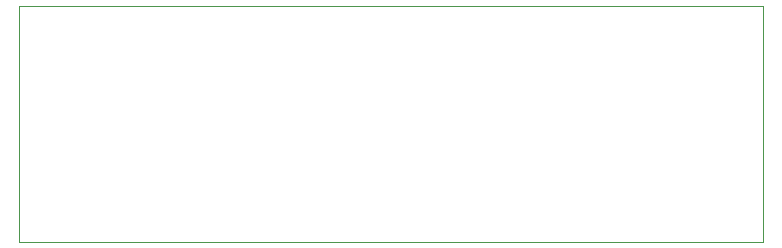
<source format=gbr>
%TF.GenerationSoftware,KiCad,Pcbnew,7.0.10*%
%TF.CreationDate,2025-02-27T15:13:31+08:00*%
%TF.ProjectId,V0-UmbilicalBoard,56302d55-6d62-4696-9c69-63616c426f61,rev?*%
%TF.SameCoordinates,Original*%
%TF.FileFunction,Profile,NP*%
%FSLAX46Y46*%
G04 Gerber Fmt 4.6, Leading zero omitted, Abs format (unit mm)*
G04 Created by KiCad (PCBNEW 7.0.10) date 2025-02-27 15:13:31*
%MOMM*%
%LPD*%
G01*
G04 APERTURE LIST*
%TA.AperFunction,Profile*%
%ADD10C,0.050000*%
%TD*%
G04 APERTURE END LIST*
D10*
X87500000Y-100000000D02*
X150500000Y-100000000D01*
X150500000Y-120000000D01*
X87500000Y-120000000D01*
X87500000Y-100000000D01*
M02*

</source>
